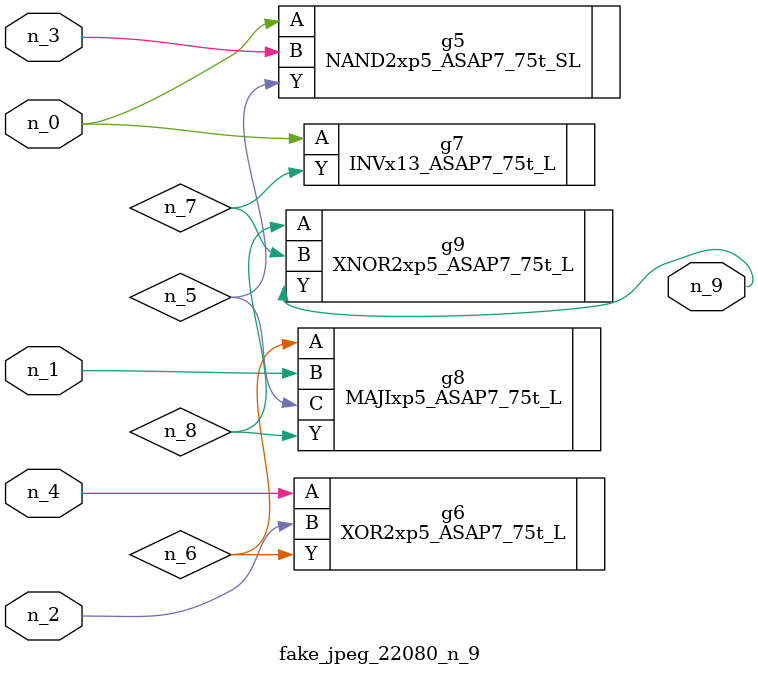
<source format=v>
module fake_jpeg_22080_n_9 (n_3, n_2, n_1, n_0, n_4, n_9);

input n_3;
input n_2;
input n_1;
input n_0;
input n_4;

output n_9;

wire n_8;
wire n_6;
wire n_5;
wire n_7;

NAND2xp5_ASAP7_75t_SL g5 ( 
.A(n_0),
.B(n_3),
.Y(n_5)
);

XOR2xp5_ASAP7_75t_L g6 ( 
.A(n_4),
.B(n_2),
.Y(n_6)
);

INVx13_ASAP7_75t_L g7 ( 
.A(n_0),
.Y(n_7)
);

MAJIxp5_ASAP7_75t_L g8 ( 
.A(n_6),
.B(n_1),
.C(n_5),
.Y(n_8)
);

XNOR2xp5_ASAP7_75t_L g9 ( 
.A(n_8),
.B(n_7),
.Y(n_9)
);


endmodule
</source>
